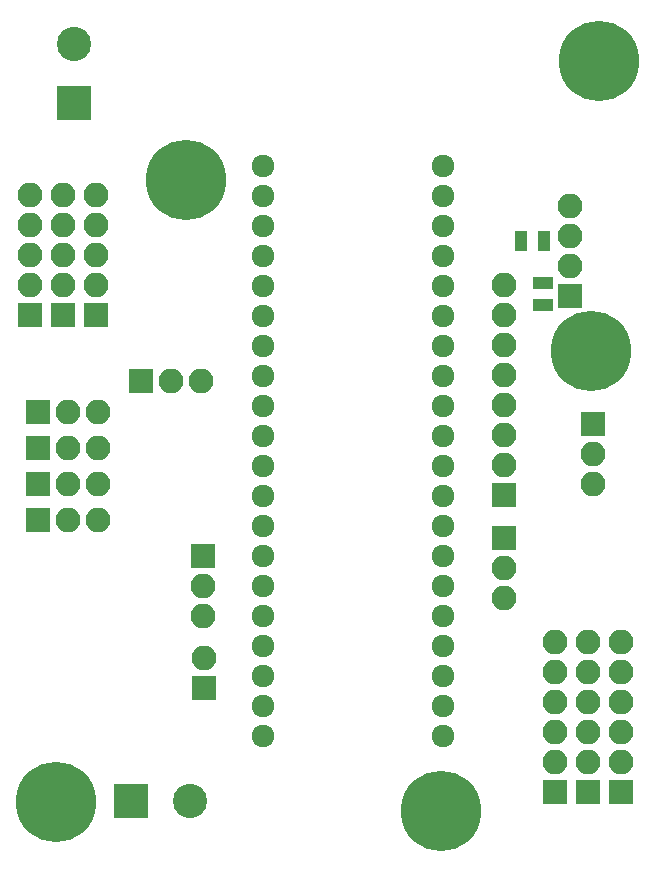
<source format=gbs>
G04 #@! TF.FileFunction,Soldermask,Bot*
%FSLAX46Y46*%
G04 Gerber Fmt 4.6, Leading zero omitted, Abs format (unit mm)*
G04 Created by KiCad (PCBNEW 4.0.6+dfsg1-1) date Mon Feb 26 19:50:24 2018*
%MOMM*%
%LPD*%
G01*
G04 APERTURE LIST*
%ADD10C,0.100000*%
%ADD11R,2.100000X2.100000*%
%ADD12O,2.100000X2.100000*%
%ADD13R,2.900000X2.900000*%
%ADD14C,2.900000*%
%ADD15C,1.924000*%
%ADD16C,6.800000*%
%ADD17C,1.000000*%
%ADD18R,1.700000X1.100000*%
%ADD19R,1.100000X1.700000*%
G04 APERTURE END LIST*
D10*
D11*
X2357120Y34620200D03*
D12*
X4897120Y34620200D03*
X7437120Y34620200D03*
D13*
X10231120Y4775200D03*
D14*
X15231120Y4775200D03*
D11*
X49347120Y36652200D03*
D12*
X49347120Y34112200D03*
X49347120Y31572200D03*
D11*
X41854120Y30683200D03*
D12*
X41854120Y33223200D03*
X41854120Y35763200D03*
X41854120Y38303200D03*
X41854120Y40843200D03*
X41854120Y43383200D03*
X41854120Y45923200D03*
X41854120Y48463200D03*
D11*
X16454120Y14300200D03*
D12*
X16454120Y16840200D03*
D11*
X16327120Y25476200D03*
D12*
X16327120Y22936200D03*
X16327120Y20396200D03*
D11*
X41854120Y27000200D03*
D12*
X41854120Y24460200D03*
X41854120Y21920200D03*
D11*
X11120120Y40335200D03*
D12*
X13660120Y40335200D03*
X16200120Y40335200D03*
D11*
X2357120Y28524200D03*
D12*
X4897120Y28524200D03*
X7437120Y28524200D03*
D11*
X2357120Y31572200D03*
D12*
X4897120Y31572200D03*
X7437120Y31572200D03*
D11*
X2357120Y37668200D03*
D12*
X4897120Y37668200D03*
X7437120Y37668200D03*
D15*
X21407120Y10236200D03*
X21407120Y12776200D03*
X21407120Y15316200D03*
X21407120Y17856200D03*
X21407120Y20396200D03*
X21407120Y22936200D03*
X21407120Y25476200D03*
X21407120Y28016200D03*
X21407120Y30556200D03*
X21407120Y33096200D03*
X21407120Y35636200D03*
X21407120Y38176200D03*
X21407120Y40716200D03*
X21407120Y43256200D03*
X21407120Y45796200D03*
X21407120Y48336200D03*
X21407120Y50876200D03*
X21407120Y53416200D03*
X21407120Y55956200D03*
X21407120Y58496200D03*
X36647120Y58496200D03*
X36647120Y55956200D03*
X36647120Y53416200D03*
X36647120Y50876200D03*
X36647120Y48336200D03*
X36647120Y45796200D03*
X36647120Y43256200D03*
X36647120Y40716200D03*
X36647120Y38176200D03*
X36647120Y35636200D03*
X36647120Y33096200D03*
X36647120Y30556200D03*
X36647120Y28016200D03*
X36647120Y25476200D03*
X36647120Y22936200D03*
X36647120Y20396200D03*
X36647120Y17856200D03*
X36647120Y15316200D03*
X36647120Y12776200D03*
X36647120Y10236200D03*
D13*
X5405120Y63830200D03*
D14*
X5405120Y68830200D03*
D11*
X51760120Y5537200D03*
D12*
X51760120Y8077200D03*
X51760120Y10617200D03*
X51760120Y13157200D03*
X51760120Y15697200D03*
X51760120Y18237200D03*
D11*
X46172120Y5537200D03*
D12*
X46172120Y8077200D03*
X46172120Y10617200D03*
X46172120Y13157200D03*
X46172120Y15697200D03*
X46172120Y18237200D03*
D11*
X48966120Y5537200D03*
D12*
X48966120Y8077200D03*
X48966120Y10617200D03*
X48966120Y13157200D03*
X48966120Y15697200D03*
X48966120Y18237200D03*
D11*
X1722120Y45923200D03*
D12*
X1722120Y48463200D03*
X1722120Y51003200D03*
X1722120Y53543200D03*
X1722120Y56083200D03*
D11*
X7310120Y45923200D03*
D12*
X7310120Y48463200D03*
X7310120Y51003200D03*
X7310120Y53543200D03*
X7310120Y56083200D03*
D11*
X4516120Y45923200D03*
D12*
X4516120Y48463200D03*
X4516120Y51003200D03*
X4516120Y53543200D03*
X4516120Y56083200D03*
D16*
X49855120Y67386200D03*
D17*
X52255120Y67386200D03*
X51552176Y65689144D03*
X49855120Y64986200D03*
X48158064Y65689144D03*
X47455120Y67386200D03*
X48158064Y69083256D03*
X49855120Y69786200D03*
X51552176Y69083256D03*
D16*
X36520120Y3886200D03*
D17*
X38920120Y3886200D03*
X38217176Y2189144D03*
X36520120Y1486200D03*
X34823064Y2189144D03*
X34120120Y3886200D03*
X34823064Y5583256D03*
X36520120Y6286200D03*
X38217176Y5583256D03*
D16*
X49220120Y42875200D03*
D17*
X51620120Y42875200D03*
X50917176Y41178144D03*
X49220120Y40475200D03*
X47523064Y41178144D03*
X46820120Y42875200D03*
X47523064Y44572256D03*
X49220120Y45275200D03*
X50917176Y44572256D03*
D16*
X14930120Y57353200D03*
D17*
X17330120Y57353200D03*
X16627176Y55656144D03*
X14930120Y54953200D03*
X13233064Y55656144D03*
X12530120Y57353200D03*
X13233064Y59050256D03*
X14930120Y59753200D03*
X16627176Y59050256D03*
D16*
X3881120Y4648200D03*
D17*
X6281120Y4648200D03*
X5578176Y2951144D03*
X3881120Y2248200D03*
X2184064Y2951144D03*
X1481120Y4648200D03*
X2184064Y6345256D03*
X3881120Y7048200D03*
X5578176Y6345256D03*
D18*
X45115480Y46710560D03*
X45115480Y48610560D03*
D19*
X43296800Y52156360D03*
X45196800Y52156360D03*
D11*
X47442120Y47510700D03*
D12*
X47442120Y50050700D03*
X47442120Y52590700D03*
X47442120Y55130700D03*
M02*

</source>
